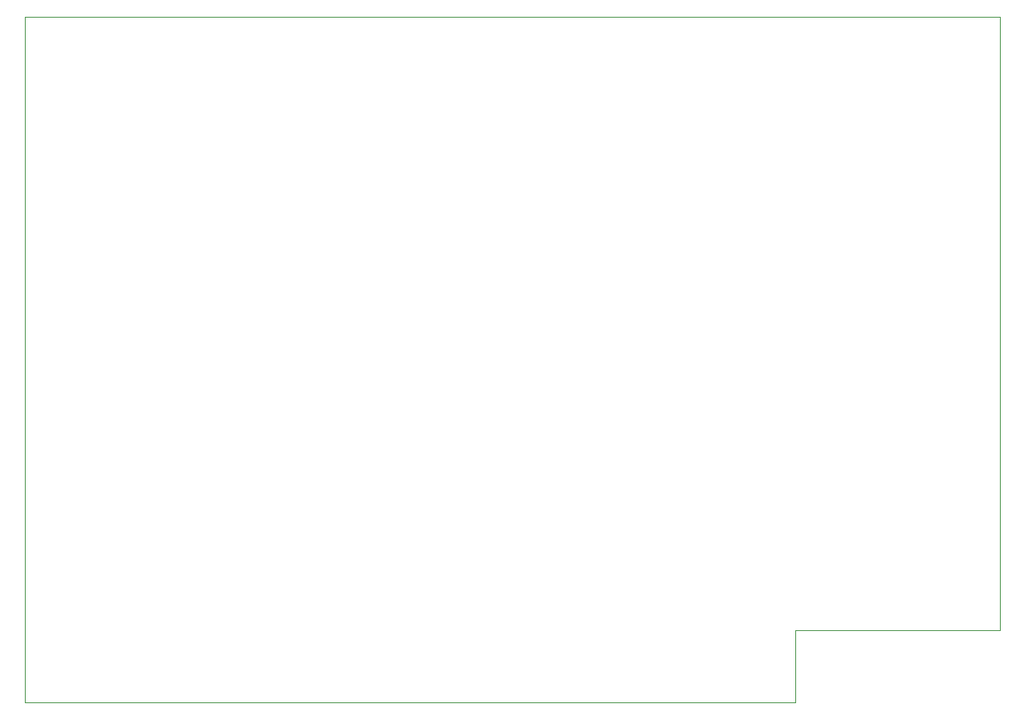
<source format=gm1>
%TF.GenerationSoftware,KiCad,Pcbnew,(5.1.9-0-10_14)*%
%TF.CreationDate,2022-05-15T13:48:24+02:00*%
%TF.ProjectId,xtsd,78747364-2e6b-4696-9361-645f70636258,rev?*%
%TF.SameCoordinates,Original*%
%TF.FileFunction,Profile,NP*%
%FSLAX46Y46*%
G04 Gerber Fmt 4.6, Leading zero omitted, Abs format (unit mm)*
G04 Created by KiCad (PCBNEW (5.1.9-0-10_14)) date 2022-05-15 13:48:24*
%MOMM*%
%LPD*%
G01*
G04 APERTURE LIST*
%TA.AperFunction,Profile*%
%ADD10C,0.050000*%
%TD*%
G04 APERTURE END LIST*
D10*
X83820000Y-81280000D02*
X186690000Y-81280000D01*
X165100000Y-153670000D02*
X83820000Y-153670000D01*
X165100000Y-146050000D02*
X165100000Y-153670000D01*
X186690000Y-146050000D02*
X165100000Y-146050000D01*
X186690000Y-81280000D02*
X186690000Y-146050000D01*
X83820000Y-153670000D02*
X83820000Y-81280000D01*
M02*

</source>
